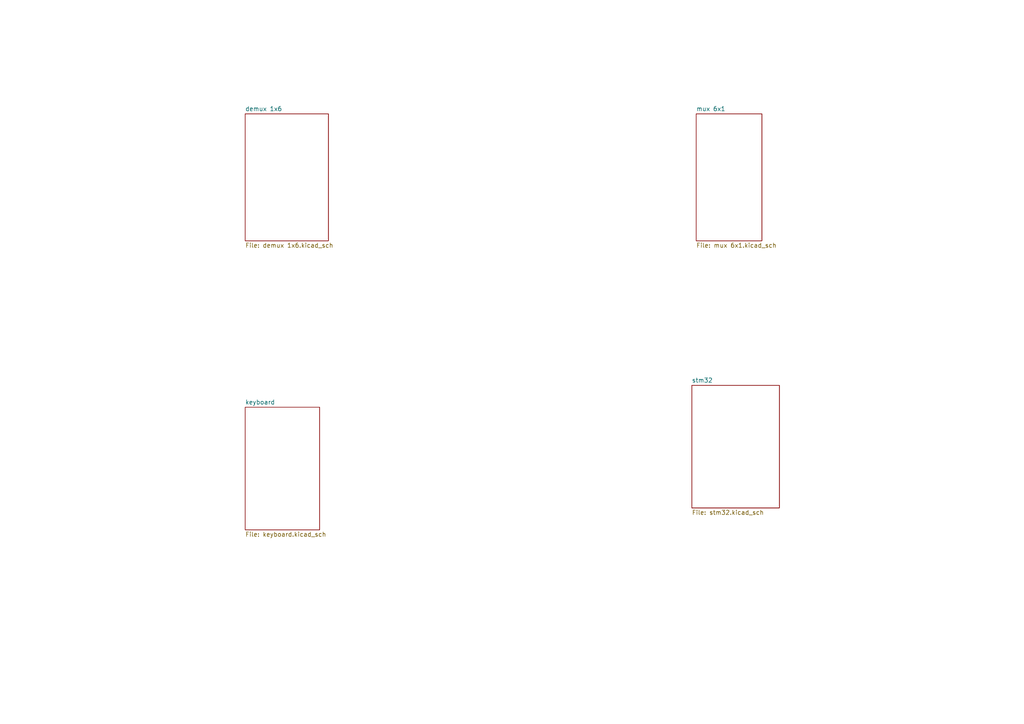
<source format=kicad_sch>
(kicad_sch
	(version 20231120)
	(generator "eeschema")
	(generator_version "8.0")
	(uuid "2d0c4a09-24e5-4892-bf2e-0a851a14e0ff")
	(paper "A4")
	(lib_symbols)
	(sheet
		(at 71.12 33.02)
		(size 24.13 36.83)
		(fields_autoplaced yes)
		(stroke
			(width 0.1524)
			(type solid)
		)
		(fill
			(color 0 0 0 0.0000)
		)
		(uuid "4d0d6547-4be3-42c7-87d5-a2ecca8bf422")
		(property "Sheetname" "demux 1x6"
			(at 71.12 32.3084 0)
			(effects
				(font
					(size 1.27 1.27)
				)
				(justify left bottom)
			)
		)
		(property "Sheetfile" "demux 1x6.kicad_sch"
			(at 71.12 70.4346 0)
			(effects
				(font
					(size 1.27 1.27)
				)
				(justify left top)
			)
		)
		(instances
			(project "Projet ELEC"
				(path "/2d0c4a09-24e5-4892-bf2e-0a851a14e0ff"
					(page "2")
				)
			)
		)
	)
	(sheet
		(at 200.66 111.76)
		(size 25.4 35.56)
		(fields_autoplaced yes)
		(stroke
			(width 0.1524)
			(type solid)
		)
		(fill
			(color 0 0 0 0.0000)
		)
		(uuid "9bbe7e6a-d830-471e-900b-a555ab0eb406")
		(property "Sheetname" "stm32"
			(at 200.66 111.0484 0)
			(effects
				(font
					(size 1.27 1.27)
				)
				(justify left bottom)
			)
		)
		(property "Sheetfile" "stm32.kicad_sch"
			(at 200.66 147.9046 0)
			(effects
				(font
					(size 1.27 1.27)
				)
				(justify left top)
			)
		)
		(instances
			(project "Projet ELEC"
				(path "/2d0c4a09-24e5-4892-bf2e-0a851a14e0ff"
					(page "5")
				)
			)
		)
	)
	(sheet
		(at 71.12 118.11)
		(size 21.59 35.56)
		(fields_autoplaced yes)
		(stroke
			(width 0.1524)
			(type solid)
		)
		(fill
			(color 0 0 0 0.0000)
		)
		(uuid "9df1f6e8-5be4-4edb-ae43-88bbbafc6ef7")
		(property "Sheetname" "keyboard"
			(at 71.12 117.3984 0)
			(effects
				(font
					(size 1.27 1.27)
				)
				(justify left bottom)
			)
		)
		(property "Sheetfile" "keyboard.kicad_sch"
			(at 71.12 154.2546 0)
			(effects
				(font
					(size 1.27 1.27)
				)
				(justify left top)
			)
		)
		(instances
			(project "Projet ELEC"
				(path "/2d0c4a09-24e5-4892-bf2e-0a851a14e0ff"
					(page "3")
				)
			)
		)
	)
	(sheet
		(at 201.93 33.02)
		(size 19.05 36.83)
		(fields_autoplaced yes)
		(stroke
			(width 0.1524)
			(type solid)
		)
		(fill
			(color 0 0 0 0.0000)
		)
		(uuid "ce375f09-db8e-41ad-aaf2-7f45cfa7dab4")
		(property "Sheetname" "mux 6x1"
			(at 201.93 32.3084 0)
			(effects
				(font
					(size 1.27 1.27)
				)
				(justify left bottom)
			)
		)
		(property "Sheetfile" "mux 6x1.kicad_sch"
			(at 201.93 70.4346 0)
			(effects
				(font
					(size 1.27 1.27)
				)
				(justify left top)
			)
		)
		(instances
			(project "Projet ELEC"
				(path "/2d0c4a09-24e5-4892-bf2e-0a851a14e0ff"
					(page "4")
				)
			)
		)
	)
	(sheet_instances
		(path "/"
			(page "1")
		)
	)
)

</source>
